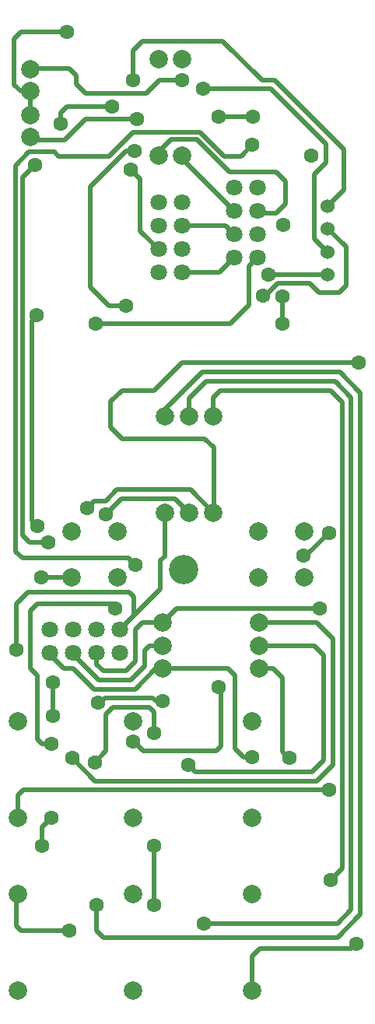
<source format=gbr>
G04 DesignSpark PCB Gerber Version 9.0 Build 5138 *
%FSLAX35Y35*%
%MOMM*%
%ADD15C,0.50000*%
%ADD18C,1.52400*%
%ADD17C,1.60000*%
%ADD137C,1.80000*%
%ADD19C,2.00000*%
%ADD129C,3.20000*%
X0Y0D02*
D02*
D15*
X172740Y4117740D02*
Y4617740D01*
X297740Y4742740*
X1397740*
X1447740Y4692740*
Y4492740*
X1449740Y4490740*
X190240Y2288240D02*
Y2535240D01*
X247740Y2592740*
X3572740*
X322740Y9697740D02*
X352740Y9667740D01*
X697740*
X922740Y9892740*
X1122740*
X1480240*
X322740Y9937740D02*
Y10197740D01*
X217740*
X147740Y10267740*
Y10767740*
X222740Y10842740*
X722740*
X322740Y10437740D02*
X327740Y10442740D01*
X747740*
X822740Y10367740*
Y10272740*
X922740Y10172740*
X1587740*
X1732740Y10317740*
X1972740*
X392740Y7760240D02*
X337740Y7705240D01*
Y5527740*
X397740Y5467740*
X447740Y1990240D02*
Y2192740D01*
X547740Y2292740*
X515240Y5290240D02*
X315240D01*
X240240Y5365240*
Y9257740*
X375240Y9392740*
Y9395240*
X535740Y4084740D02*
Y4069740D01*
X690240Y3915240*
X790240*
X1015240Y3690240*
X1465240*
X1690240Y3915240*
X1763240*
X547740Y3092740D02*
X447740D01*
X397740Y3142740*
Y3842740*
X322740Y3917740*
Y4542740*
X397740Y4617740*
X1247740*
Y4567740*
X565240Y3402740D02*
Y3767740D01*
X652740Y9847740D02*
Y9960240D01*
X722740Y10030240*
X1212740*
X747740Y1067740D02*
X222740D01*
X172740Y1117740*
Y1445740*
X190240Y1463240*
X773240Y4903740D02*
X439740D01*
X789740Y4084740D02*
Y4065740D01*
X1065240Y3790240*
X1415240*
X1565240Y3940240*
Y4115240*
X1615240Y4165240*
X1763240*
X940240Y5665240D02*
X1015240Y5740240D01*
X1140240*
X1265240Y5865240*
X2063240*
X2315240Y5613240*
X1031240Y7665240D02*
X2500240D01*
X2705240Y7870240*
Y8295240*
X2795740Y8385740*
X1043740Y4084740D02*
Y3961740D01*
X1115240Y3890240*
X1365240*
X1465240Y3990240*
Y4340240*
X1540240Y4415240*
X1763240*
X1140240Y5590240D02*
X1315240Y5765240D01*
X1900740*
X2052740Y5613240*
X1367740Y7862740D02*
X1177740D01*
X977740Y8062740*
Y9155240*
X1367740Y9545240*
X1460240*
X1412740Y9347740D02*
X1520240Y9240240D01*
Y8676240*
X1719240Y8477240*
X1437740Y10320240D02*
Y10642740D01*
X1540240Y10745240*
X2415240*
X2842740Y10317740*
X2977740*
X3732740Y9562740*
Y9120240*
X3560240Y8947740*
X1440240Y3117740D02*
X1447740D01*
X1547740Y3017740*
X2347740*
X2397740Y3067740*
Y3692740*
X2372740Y3717740*
X1449740Y4490740D02*
X1299240Y4340240D01*
X1672740Y1342740D02*
Y1990240D01*
Y3217740D02*
Y3442740D01*
X1622740Y3492740*
X1222740*
X1147740Y3417740*
Y3017740*
X1022740Y2892740*
X1722740Y9498240D02*
Y9542740D01*
X1852740Y9672740*
X2132740*
X2487740Y9317740*
X2997740*
X3097740Y9217740*
Y8967740*
X2997740Y8867740*
X2821740*
X2795740Y8893740*
X1762740Y3557740D02*
X1692740D01*
X1655240Y3595240*
X1132740*
X1082740Y3545240*
X1062740*
X1790240Y5613240D02*
Y5140240D01*
X1740240Y5090240*
Y4781240*
X1449740Y4490740*
X1790240Y6663240D02*
Y6740240D01*
X2190240Y7140240*
X3690240*
X3915240Y6915240*
Y1240240*
X3665240Y990240*
X1115240*
X1040240Y1065240*
Y1340240*
X1972740Y9498240D02*
Y9462740D01*
X2541740Y8893740*
X1973240Y8223240D02*
X2379240D01*
X2541740Y8385740*
X1973240Y8731240D02*
X2450240D01*
X2541740Y8639740*
X2052740Y6663240D02*
Y6852740D01*
X2240240Y7040240*
X3640240*
X3815240Y6865240*
Y1290240*
X3665240Y1140240*
X2215240*
X2202740Y10225240D02*
X2935240D01*
X3540240Y9620240*
Y9420240*
X3412740Y9292740*
Y8590240*
X3560240Y8442740*
X2315240Y6663240D02*
Y6865240D01*
X2390240Y6940240*
X3590240*
X3715240Y6815240*
Y1740240*
X3590240Y1615240*
X2740240Y413240D02*
Y785240D01*
X2822740Y867740*
X3822740*
X3872740Y917740*
X2740240Y2949740D02*
X2640740D01*
X2547740Y3042740*
Y3842740*
X2472740Y3917740*
X1765740*
X1763240Y3915240*
X2740240Y9615240D02*
X2615240Y9490240D01*
X2432740*
X2170240Y9752740*
X1437740*
X1175240Y9490240*
X627740*
X582740Y9535240*
X305240*
X160240Y9390240*
Y5190240*
X235240Y5115240*
X1390240*
X1465240Y5040240*
X2747740Y9917740D02*
X2372740D01*
X2813240Y3915240D02*
X2965240D01*
X3065240Y3815240*
Y3015240*
X3140240Y2940240*
X2813240Y4165240D02*
X3415240D01*
X3515240Y4065240*
Y2915240*
X3390240Y2790240*
X2115240*
X2040240Y2865240*
X2813240Y4415240D02*
X3440240D01*
X3615240Y4240240*
Y2865240*
X3440240Y2690240*
X1027240*
X777240Y2940240*
X2852740Y7972740D02*
X2880240D01*
X3015240Y8107740*
X3365240*
X3467740Y8005240*
X3682740*
X3757740Y8080240*
Y8505240*
X3560240Y8702740*
X3063240Y7665240D02*
Y7965240D01*
X3297740Y5142740D02*
X3322740D01*
X3572740Y5392740*
X3472740Y4567740D02*
X1915740D01*
X1763240Y4415240*
X3560240Y8202740D02*
X2912740D01*
X3897740Y7242740D02*
X1972740D01*
X1947740Y7217740*
X1672740Y6942740*
X1322740*
X1197740Y6817740*
Y6542740*
X1322740Y6417740*
X2222740*
X2322740Y6317740*
Y5620740*
X2315240Y5613240*
D02*
D17*
X172740Y4117740D03*
X375240Y9395240D03*
X392740Y7760240D03*
X397740Y5467740D03*
X439740Y4903740D03*
X447740Y1990240D03*
X515240Y5290240D03*
X547740Y2292740D03*
Y3092740D03*
X565240Y3402740D03*
Y3767740D03*
X652740Y9847740D03*
X722740Y10842740D03*
X747740Y1067740D03*
X777240Y2940240D03*
X940240Y5665240D03*
X1022740Y2892740D03*
X1031240Y7665240D03*
X1040240Y1340240D03*
X1062740Y3545240D03*
X1140240Y5590240D03*
X1212740Y10030240D03*
X1247740Y4567740D03*
X1367740Y7862740D03*
X1412740Y9347740D03*
X1437740Y10320240D03*
X1440240Y3117740D03*
X1460240Y9545240D03*
X1465240Y5040240D03*
X1480240Y9892740D03*
X1672740Y1342740D03*
Y1990240D03*
Y3217740D03*
X1762740Y3557740D03*
X1972740Y10317740D03*
X2040240Y2865240D03*
X2202740Y10225240D03*
X2215240Y1140240D03*
X2372740Y3717740D03*
Y9917740D03*
X2740240Y2949740D03*
Y9615240D03*
X2747740Y9917740D03*
X2852740Y7972740D03*
X2912740Y8202740D03*
X3063240Y7665240D03*
Y7965240D03*
X3077740Y8742740D03*
X3140240Y2940240D03*
X3297740Y5142740D03*
X3382740Y9497740D03*
X3472740Y4567740D03*
X3572740Y2592740D03*
Y5392740D03*
X3590240Y1615240D03*
X3872740Y917740D03*
X3897740Y7242740D03*
D02*
D18*
X3560240Y8202740D03*
Y8442740D03*
Y8702740D03*
Y8947740D03*
D02*
D19*
X190240Y413240D03*
Y1463240D03*
Y2288240D03*
Y3338240D03*
X322740Y9697740D03*
Y9937740D03*
Y10197740D03*
Y10437740D03*
X773240Y4903740D03*
Y5403740D03*
X1273240Y4903740D03*
Y5403740D03*
X1440240Y413240D03*
Y1463240D03*
Y2288240D03*
Y3338240D03*
X1722740Y9498240D03*
Y10548240D03*
X1763240Y3915240D03*
Y4165240D03*
Y4415240D03*
X1790240Y5613240D03*
Y6663240D03*
X1972740Y9498240D03*
Y10548240D03*
X2052740Y5613240D03*
Y6663240D03*
X2315240Y5613240D03*
Y6663240D03*
X2740240Y413240D03*
Y1463240D03*
Y2288240D03*
Y3338240D03*
X2805240Y4903740D03*
Y5403740D03*
X2813240Y3915240D03*
Y4165240D03*
Y4415240D03*
X3305240Y4903740D03*
Y5403740D03*
D02*
D129*
X1990240Y4990240D03*
D02*
D137*
X535740Y4084740D03*
Y4338740D03*
X789740Y4084740D03*
Y4338740D03*
X1043740Y4084740D03*
Y4338740D03*
X1297740Y4084740D03*
X1299240Y4340240D03*
X1717740Y8986740D03*
X1719240Y8223240D03*
Y8477240D03*
Y8731240D03*
X1973240Y8223240D03*
Y8477240D03*
Y8731240D03*
Y8985240D03*
X2540240Y9149240D03*
X2541740Y8385740D03*
Y8639740D03*
Y8893740D03*
X2795740Y8385740D03*
Y8639740D03*
Y8893740D03*
Y9147740D03*
X0Y0D02*
M02*

</source>
